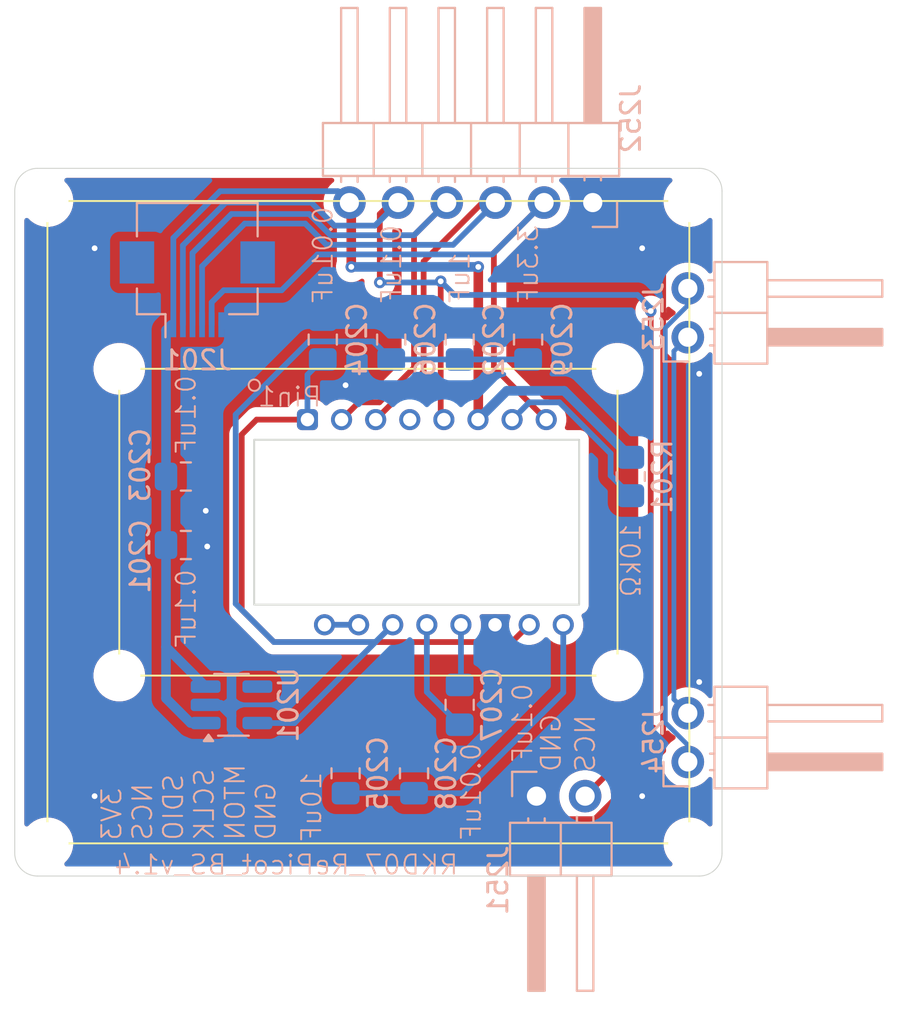
<source format=kicad_pcb>
(kicad_pcb (version 20241229) (generator "pcbnew") (generator_version "9.0")
  (layers (0 "F.Cu" signal) (2 "B.Cu" signal) (13 "F.Paste" user) (15 "B.Paste" user) (5 "F.SilkS" user "F.Silkscreen") (7 "B.SilkS" user "B.Silkscreen") (1 "F.Mask" user) (3 "B.Mask" user) (25 "Edge.Cuts" user))
  (net 0 "")
  (net 1 "3V3_E")
  (net 2 "GND_E")
  (net 3 "1V9_E")
  (net 4 "Net-(U202-+VCSEL)")
  (net 5 "Net-(U202-VCP)")
  (net 6 "Net-(U202-CP)")
  (net 7 "Net-(U202-CN)")
  (net 8 "GP03_MOSI_E")
  (net 9 "NCS_E")
  (net 10 "GP02_SCLK_E")
  (net 11 "GP00_MISO_E")
  (net 12 "GP04_E")
  (net 13 "GP07_E")
  (net 14 "Net-(U202-NRESET)")
  (net 16 "Net-(U202--VCSEL)")
  (footprint "Rikkodo_FootPrint:rkd_picot5400_BTM" (layer "F.Cu") (at 121.443648 78.581184)
    (property "Reference" "Picot**" (hide yes))
    (property "Value" "rkd_picot5400_BTM")
    (fp_line (start -16.75 -16.75) (end -16.75 16.75) (stroke (width 0.1)) (layer "F.SilkS"))
    (fp_line (start -16.75 -16.75) (end 16.75 -16.75) (stroke (width 0.1)) (layer "F.SilkS"))
    (fp_line (start -16.75 16.75) (end 16.75 16.75) (stroke (width 0.1)) (layer "F.SilkS"))
    (fp_line (start 16.75 16.75) (end 16.75 -16.75) (stroke (width 0.1)) (layer "F.SilkS"))
    (pad "" np_thru_hole circle (at -16.75 -16.75) (size 2.2 2.2) (drill 2.2) (layers "*.Cu" "*.Mask"))
    (pad "" np_thru_hole circle (at -16.75 16.75) (size 2.2 2.2) (drill 2.2) (layers "*.Cu" "*.Mask"))
    (pad "" np_thru_hole circle (at 16.75 -16.75) (size 2.2 2.2) (drill 2.2) (layers "*.Cu" "*.Mask"))
    (pad "" np_thru_hole circle (at 16.75 16.75) (size 2.2 2.2) (drill 2.2) (layers "*.Cu" "*.Mask"))
  )
  (footprint "Rikkodo_FootPrint:PMW3610DM-SUDU" (layer "F.Cu") (at 121.443648 78.581184)
    (property "Reference" "U202" (hide yes))
    (property "Value" "PMW3610DM-SUDU")
    (fp_rect (start -5.96 -4.3) (end 11 4.3) (stroke (width 0.1)) (fill no) (layer "Edge.Cuts"))
    (pad "1" thru_hole roundrect (at -3.18 -5.35) (size 1.1 1.1) (drill 0.7) (layers "*.Cu" "*.Mask") (roundrect_rratio 0.2272727273) (net 4 "Net-(U202-+VCSEL)"))
    (pad "2" thru_hole circle (at -1.4 -5.35) (size 1.1 1.1) (drill 0.7) (layers "*.Cu" "*.Mask") (net 11 "GP00_MISO_E"))
    (pad "3" thru_hole circle (at 0.38 -5.35) (size 1.1 1.1) (drill 0.7) (layers "*.Cu" "*.Mask") (net 10 "GP02_SCLK_E"))
    (pad "4" thru_hole circle (at 2.16 -5.35) (size 1.1 1.1) (drill 0.7) (layers "*.Cu" "*.Mask"))
    (pad "5" thru_hole circle (at 3.94 -5.35) (size 1.1 1.1) (drill 0.7) (layers "*.Cu" "*.Mask") (net 9 "NCS_E"))
    (pad "6" thru_hole circle (at 5.72 -5.35) (size 1.1 1.1) (drill 0.7) (layers "*.Cu" "*.Mask") (net 1 "3V3_E"))
    (pad "7" thru_hole circle (at 7.5 -5.35) (size 1.1 1.1) (drill 0.7) (layers "*.Cu" "*.Mask") (net 14 "Net-(U202-NRESET)"))
    (pad "8" thru_hole circle (at 9.28 -5.35) (size 1.1 1.1) (drill 0.7) (layers "*.Cu" "*.Mask") (net 8 "GP03_MOSI_E"))
    (pad "9" thru_hole circle (at 10.17 5.35) (size 1.1 1.1) (drill 0.7) (layers "*.Cu" "*.Mask") (net 5 "Net-(U202-VCP)"))
    (pad "10" thru_hole circle (at 8.39 5.35) (size 1.1 1.1) (drill 0.7) (layers "*.Cu" "*.Mask") (net 4 "Net-(U202-+VCSEL)"))
    (pad "11" thru_hole circle (at 6.61 5.35) (size 1.1 1.1) (drill 0.7) (layers "*.Cu" "*.Mask") (net 2 "GND_E"))
    (pad "12" thru_hole circle (at 4.83 5.35) (size 1.1 1.1) (drill 0.7) (layers "*.Cu" "*.Mask") (net 6 "Net-(U202-CP)"))
    (pad "13" thru_hole circle (at 3.05 5.35) (size 1.1 1.1) (drill 0.7) (layers "*.Cu" "*.Mask") (net 7 "Net-(U202-CN)"))
    (pad "14" thru_hole circle (at 1.27 5.35) (size 1.1 1.1) (drill 0.7) (layers "*.Cu" "*.Mask") (net 3 "1V9_E"))
    (pad "15" thru_hole circle (at -0.51 5.35) (size 1.1 1.1) (drill 0.7) (layers "*.Cu" "*.Mask") (net 16 "Net-(U202--VCSEL)"))
    (pad "16" thru_hole circle (at -2.29 5.35) (size 1.1 1.1) (drill 0.7) (layers "*.Cu" "*.Mask") (net 16 "Net-(U202--VCSEL)"))
  )
  (footprint "Rikkodo_FootPrint:rkd_sumi_foot" (layer "F.Cu") (at 121.443852 78.581316)
    (property "Reference" "REF**" (hide yes))
    (property "Value" "rkd_sumi_foot" (hide yes))
    (fp_rect (start -13 -8) (end 13 8) (stroke (width 0.1)) (fill no) (layer "F.SilkS"))
    (pad "" np_thru_hole circle (at -13 -8) (size 2.2 2.2) (drill 2.2) (layers "*.Cu" "*.Mask"))
    (pad "" np_thru_hole circle (at -13 8) (size 2.2 2.2) (drill 2.2) (layers "*.Cu" "*.Mask"))
    (pad "" np_thru_hole circle (at 13 -8) (size 2.2 2.2) (drill 2.2) (layers "*.Cu" "*.Mask"))
    (pad "" np_thru_hole circle (at 13 8) (size 2.2 2.2) (drill 2.2) (layers "*.Cu" "*.Mask"))
  )
  (footprint "Capacitor_SMD:C_0805_2012Metric_Pad1.18x1.45mm_HandSolder" (layer "B.Cu") (at 126.20625 69.05625 90)
    (property "Reference" "C202" (at 0.000058 1.78583 90) (layer "B.SilkS") (effects (justify mirror)))
    (property "Value" "1uF")
    (fp_line (start -0.261252 -0.735) (end 0.261252 -0.735) (stroke (width 0.12)) (layer "B.SilkS"))
    (fp_line (start -0.261252 0.735) (end 0.261252 0.735) (stroke (width 0.12)) (layer "B.SilkS"))
    (pad "1" smd roundrect (at -1.0375 0 90) (size 1.175 1.45) (layers "B.Cu" "B.Mask" "B.Paste") (roundrect_rratio 0.212766) (net 3 "1V9_E"))
    (pad "2" smd roundrect (at 1.0375 0 90) (size 1.175 1.45) (layers "B.Cu" "B.Mask" "B.Paste") (roundrect_rratio 0.212766) (net 2 "GND_E"))
  )
  (footprint "Capacitor_SMD:C_0805_2012Metric_Pad1.18x1.45mm_HandSolder" (layer "B.Cu") (at 111.918844 76.200064)
    (property "Reference" "C203" (at -2.381344 -0.595313 90) (layer "B.SilkS") (effects (justify mirror)))
    (property "Value" "0.1uF X7R")
    (fp_line (start -0.261252 -0.735) (end 0.261252 -0.735) (stroke (width 0.12)) (layer "B.SilkS"))
    (fp_line (start -0.261252 0.735) (end 0.261252 0.735) (stroke (width 0.12)) (layer "B.SilkS"))
    (pad "1" smd roundrect (at -1.0375 0) (size 1.175 1.45) (layers "B.Cu" "B.Mask" "B.Paste") (roundrect_rratio 0.212766) (net 1 "3V3_E"))
    (pad "2" smd roundrect (at 1.0375 0) (size 1.175 1.45) (layers "B.Cu" "B.Mask" "B.Paste") (roundrect_rratio 0.212766) (net 2 "GND_E"))
  )
  (footprint "Capacitor_SMD:C_0805_2012Metric_Pad1.18x1.45mm_HandSolder" (layer "B.Cu") (at 111.918844 79.772006)
    (property "Reference" "C201" (at -2.381252 0.595249 90) (layer "B.SilkS") (effects (justify mirror)))
    (property "Value" "0.1uF X7R")
    (fp_line (start -0.261252 -0.735) (end 0.261252 -0.735) (stroke (width 0.12)) (layer "B.SilkS"))
    (fp_line (start -0.261252 0.735) (end 0.261252 0.735) (stroke (width 0.12)) (layer "B.SilkS"))
    (pad "1" smd roundrect (at -1.0375 0) (size 1.175 1.45) (layers "B.Cu" "B.Mask" "B.Paste") (roundrect_rratio 0.212766) (net 1 "3V3_E"))
    (pad "2" smd roundrect (at 1.0375 0) (size 1.175 1.45) (layers "B.Cu" "B.Mask" "B.Paste") (roundrect_rratio 0.212766) (net 2 "GND_E"))
  )
  (footprint "Connector_PinHeader_2.54mm:PinHeader_1x02_P2.54mm_Horizontal" (layer "B.Cu") (at 138.112616 68.933485)
    (property "Reference" "J253" (at -1.785939 -1.067803 90) (layer "B.SilkS") (effects (justify mirror)))
    (property "Value" "Conn_01x02_Socket")
    (fp_line (start -1.27 0) (end -1.27 1.27) (stroke (width 0.12)) (layer "B.SilkS"))
    (fp_line (start -1.27 1.27) (end 0 1.27) (stroke (width 0.12)) (layer "B.SilkS"))
    (fp_line (start 1.077358 -2.97) (end 1.39 -2.97) (stroke (width 0.12)) (layer "B.SilkS"))
    (fp_line (start 1.077358 -2.11) (end 1.39 -2.11) (stroke (width 0.12)) (layer "B.SilkS"))
    (fp_line (start 1.16 -0.43) (end 1.39 -0.43) (stroke (width 0.12)) (layer "B.SilkS"))
    (fp_line (start 1.16 0.43) (end 1.39 0.43) (stroke (width 0.12)) (layer "B.SilkS"))
    (fp_line (start 1.39 -3.92) (end 4.15 -3.92) (stroke (width 0.12)) (layer "B.SilkS"))
    (fp_line (start 1.39 -1.27) (end 4.15 -1.27) (stroke (width 0.12)) (layer "B.SilkS"))
    (fp_line (start 1.39 1.38) (end 1.39 -3.92) (stroke (width 0.12)) (layer "B.SilkS"))
    (fp_line (start 4.15 -3.92) (end 4.15 1.38) (stroke (width 0.12)) (layer "B.SilkS"))
    (fp_line (start 4.15 -2.11) (end 10.15 -2.11) (stroke (width 0.12)) (layer "B.SilkS"))
    (fp_line (start 4.15 1.38) (end 1.39 1.38) (stroke (width 0.12)) (layer "B.SilkS"))
    (fp_line (start 10.15 -2.97) (end 4.15 -2.97) (stroke (width 0.12)) (layer "B.SilkS"))
    (fp_line (start 10.15 -2.11) (end 10.15 -2.97) (stroke (width 0.12)) (layer "B.SilkS"))
    (fp_rect (start 4.15 0.43) (end 10.15 -0.43) (stroke (width 0.12)) (fill yes) (layer "B.SilkS"))
    (pad "1" thru_hole circle (at 0 0) (size 1.7 1.7) (drill 1) (layers "*.Cu" "*.Mask") (net 12 "GP04_E"))
    (pad "2" thru_hole circle (at 0 -2.54) (size 1.7 1.7) (drill 1) (layers "*.Cu" "*.Mask") (net 13 "GP07_E"))
  )
  (footprint "Capacitor_SMD:C_0805_2012Metric_Pad1.18x1.45mm_HandSolder" (layer "B.Cu") (at 123.825 91.678125 90)
    (property "Reference" "C208" (at 0 1.68 90) (layer "B.SilkS") (effects (justify mirror)))
    (property "Value" "0.01uF X7R")
    (fp_line (start -0.261252 -0.735) (end 0.261252 -0.735) (stroke (width 0.12)) (layer "B.SilkS"))
    (fp_line (start -0.261252 0.735) (end 0.261252 0.735) (stroke (width 0.12)) (layer "B.SilkS"))
    (pad "1" smd roundrect (at -1.0375 0 90) (size 1.175 1.45) (layers "B.Cu" "B.Mask" "B.Paste") (roundrect_rratio 0.212766) (net 5 "Net-(U202-VCP)"))
    (pad "2" smd roundrect (at 1.0375 0 90) (size 1.175 1.45) (layers "B.Cu" "B.Mask" "B.Paste") (roundrect_rratio 0.212766) (net 2 "GND_E"))
  )
  (footprint "Capacitor_SMD:C_0805_2012Metric_Pad1.18x1.45mm_HandSolder" (layer "B.Cu") (at 120.253125 91.678125 90)
    (property "Reference" "C205" (at 0 1.68 90) (layer "B.SilkS") (effects (justify mirror)))
    (property "Value" "10uF X7R")
    (fp_line (start -0.261252 -0.735) (end 0.261252 -0.735) (stroke (width 0.12)) (layer "B.SilkS"))
    (fp_line (start -0.261252 0.735) (end 0.261252 0.735) (stroke (width 0.12)) (layer "B.SilkS"))
    (pad "1" smd roundrect (at -1.0375 0 90) (size 1.175 1.45) (layers "B.Cu" "B.Mask" "B.Paste") (roundrect_rratio 0.212766) (net 5 "Net-(U202-VCP)"))
    (pad "2" smd roundrect (at 1.0375 0 90) (size 1.175 1.45) (layers "B.Cu" "B.Mask" "B.Paste") (roundrect_rratio 0.212766) (net 2 "GND_E"))
  )
  (footprint "Connector_PinHeader_2.54mm:PinHeader_1x02_P2.54mm_Horizontal" (layer "B.Cu") (at 130.214799 92.868828 -90)
    (property "Reference" "J251" (at 4.385 1.99933 90) (layer "B.SilkS") (effects (justify mirror)))
    (property "Value" "Conn_01x02_Socket")
    (fp_line (start 1.39 1.38) (end 1.39 -3.92) (stroke (width 0.12)) (layer "B.SilkS"))
    (fp_line (start 4.15 1.38) (end 1.39 1.38) (stroke (width 0.12)) (layer "B.SilkS"))
    (fp_line (start -1.27 1.27) (end 0 1.27) (stroke (width 0.12)) (layer "B.SilkS"))
    (fp_line (start 1.16 0.43) (end 1.39 0.43) (stroke (width 0.12)) (layer "B.SilkS"))
    (fp_line (start -1.27 0) (end -1.27 1.27) (stroke (width 0.12)) (layer "B.SilkS"))
    (fp_line (start 1.16 -0.43) (end 1.39 -0.43) (stroke (width 0.12)) (layer "B.SilkS"))
    (fp_line (start 1.39 -1.27) (end 4.15 -1.27) (stroke (width 0.12)) (layer "B.SilkS"))
    (fp_line (start 1.077358 -2.11) (end 1.39 -2.11) (stroke (width 0.12)) (layer "B.SilkS"))
    (fp_line (start 4.15 -2.11) (end 10.15 -2.11) (stroke (width 0.12)) (layer "B.SilkS"))
    (fp_line (start 10.15 -2.11) (end 10.15 -2.97) (stroke (width 0.12)) (layer "B.SilkS"))
    (fp_line (start 1.077358 -2.97) (end 1.39 -2.97) (stroke (width 0.12)) (layer "B.SilkS"))
    (fp_line (start 10.15 -2.97) (end 4.15 -2.97) (stroke (width 0.12)) (layer "B.SilkS"))
    (fp_line (start 1.39 -3.92) (end 4.15 -3.92) (stroke (width 0.12)) (layer "B.SilkS"))
    (fp_line (start 4.15 -3.92) (end 4.15 1.38) (stroke (width 0.12)) (layer "B.SilkS"))
    (fp_rect (start 4.15 0.43) (end 10.15 -0.43) (stroke (width 0.12)) (fill yes) (layer "B.SilkS"))
    (pad "1" thru_hole rect (at 0 0 270) (size 1.7 1.7) (drill 1) (layers "*.Cu" "*.Mask") (net 2 "GND_E"))
    (pad "2" thru_hole circle (at 0 -2.54 270) (size 1.7 1.7) (drill 1) (layers "*.Cu" "*.Mask") (net 9 "NCS_E"))
  )
  (footprint "Capacitor_SMD:C_0805_2012Metric_Pad1.18x1.45mm_HandSolder" (layer "B.Cu") (at 122.634375 69.05625 90)
    (property "Reference" "C206" (at 0.000058 1.785833 90) (layer "B.SilkS") (effects (justify mirror)))
    (property "Value" "0.1uF X7R")
    (fp_line (start -0.261252 -0.735) (end 0.261252 -0.735) (stroke (width 0.12)) (layer "B.SilkS"))
    (fp_line (start -0.261252 0.735) (end 0.261252 0.735) (stroke (width 0.12)) (layer "B.SilkS"))
    (pad "1" smd roundrect (at -1.0375 0 90) (size 1.175 1.45) (layers "B.Cu" "B.Mask" "B.Paste") (roundrect_rratio 0.212766) (net 3 "1V9_E"))
    (pad "2" smd roundrect (at 1.0375 0 90) (size 1.175 1.45) (layers "B.Cu" "B.Mask" "B.Paste") (roundrect_rratio 0.212766) (net 2 "GND_E"))
  )
  (footprint "Package_TO_SOT_SMD:SOT-23-5_HandSoldering" (layer "B.Cu") (at 114.3 88.10625)
    (property "Reference" "U201" (at 2.976661 0.000074 90) (layer "B.SilkS") (effects (justify mirror)))
    (property "Value" "TLV70019DDCR")
    (fp_line (start -0.9 -1.61) (end 0.9 -1.61) (stroke (width 0.12)) (layer "B.SilkS"))
    (fp_line (start 0.1 1.61) (end -0.7 1.61) (stroke (width 0.12)) (layer "B.SilkS"))
    (fp_line (start 0.1 1.61) (end 0.9 1.61) (stroke (width 0.12)) (layer "B.SilkS"))
    (fp_poly (pts (xy -1.2 1.56) (xy -1.44 1.89) (xy -0.96 1.89) (xy -1.2 1.56)) (stroke (width 0.12)) (fill yes) (layer "B.SilkS"))
    (pad "1" smd roundrect (at -1.35 0.95) (size 1.56 0.65) (layers "B.Cu" "B.Mask" "B.Paste") (net 1 "3V3_E"))
    (pad "2" smd roundrect (at -1.35 0) (size 1.56 0.65) (layers "B.Cu" "B.Mask" "B.Paste") (net 2 "GND_E"))
    (pad "3" smd roundrect (at -1.35 -0.95) (size 1.56 0.65) (layers "B.Cu" "B.Mask" "B.Paste") (net 1 "3V3_E"))
    (pad "4" smd roundrect (at 1.35 -0.95) (size 1.56 0.65) (layers "B.Cu" "B.Mask" "B.Paste"))
    (pad "5" smd roundrect (at 1.35 0.95) (size 1.56 0.65) (layers "B.Cu" "B.Mask" "B.Paste") (net 3 "1V9_E"))
  )
  (footprint "Connector_PinHeader_2.54mm:PinHeader_1x06_P2.54mm_Horizontal" (layer "B.Cu") (at 133.151669 61.912552 90)
    (property "Reference" "J252" (at 4.385 1.984315 90) (layer "B.SilkS") (effects (justify mirror)))
    (property "Value" "Conn_01x06")
    (fp_line (start 4.15 -14.08) (end 4.15 1.38) (stroke (width 0.12)) (layer "B.SilkS"))
    (fp_line (start 1.39 -14.08) (end 4.15 -14.08) (stroke (width 0.12)) (layer "B.SilkS"))
    (fp_line (start 10.15 -13.13) (end 4.15 -13.13) (stroke (width 0.12)) (layer "B.SilkS"))
    (fp_line (start 1.077358 -13.13) (end 1.39 -13.13) (stroke (width 0.12)) (layer "B.SilkS"))
    (fp_line (start 10.15 -12.27) (end 10.15 -13.13) (stroke (width 0.12)) (layer "B.SilkS"))
    (fp_line (start 4.15 -12.27) (end 10.15 -12.27) (stroke (width 0.12)) (layer "B.SilkS"))
    (fp_line (start 1.077358 -12.27) (end 1.39 -12.27) (stroke (width 0.12)) (layer "B.SilkS"))
    (fp_line (start 1.39 -11.43) (end 4.15 -11.43) (stroke (width 0.12)) (layer "B.SilkS"))
    (fp_line (start 10.15 -10.59) (end 4.15 -10.59) (stroke (width 0.12)) (layer "B.SilkS"))
    (fp_line (start 1.077358 -10.59) (end 1.39 -10.59) (stroke (width 0.12)) (layer "B.SilkS"))
    (fp_line (start 10.15 -9.73) (end 10.15 -10.59) (stroke (width 0.12)) (layer "B.SilkS"))
    (fp_line (start 4.15 -9.73) (end 10.15 -9.73) (stroke (width 0.12)) (layer "B.SilkS"))
    (fp_line (start 1.077358 -9.73) (end 1.39 -9.73) (stroke (width 0.12)) (layer "B.SilkS"))
    (fp_line (start 1.39 -8.89) (end 4.15 -8.89) (stroke (width 0.12)) (layer "B.SilkS"))
    (fp_line (start 10.15 -8.05) (end 4.15 -8.05) (stroke (width 0.12)) (layer "B.SilkS"))
    (fp_line (start 1.077358 -8.05) (end 1.39 -8.05) (stroke (width 0.12)) (layer "B.SilkS"))
    (fp_line (start 10.15 -7.19) (end 10.15 -8.05) (stroke (width 0.12)) (layer "B.SilkS"))
    (fp_line (start 4.15 -7.19) (end 10.15 -7.19) (stroke (width 0.12)) (layer "B.SilkS"))
    (fp_line (start 1.077358 -7.19) (end 1.39 -7.19) (stroke (width 0.12)) (layer "B.SilkS"))
    (fp_line (start 1.39 -6.35) (end 4.15 -6.35) (stroke (width 0.12)) (layer "B.SilkS"))
    (fp_line (start 10.15 -5.51) (end 4.15 -5.51) (stroke (width 0.12)) (layer "B.SilkS"))
    (fp_line (start 1.077358 -5.51) (end 1.39 -5.51) (stroke (width 0.12)) (layer "B.SilkS"))
    (fp_line (start 10.15 -4.65) (end 10.15 -5.51) (stroke (width 0.12)) (layer "B.SilkS"))
    (fp_line (start 4.15 -4.65) (end 10.15 -4.65) (stroke (width 0.12)) (layer "B.SilkS"))
    (fp_line (start 1.077358 -4.65) (end 1.39 -4.65) (stroke (width 0.12)) (layer "B.SilkS"))
    (fp_line (start 1.39 -3.81) (end 4.15 -3.81) (stroke (width 0.12)) (layer "B.SilkS"))
    (fp_line (start 10.15 -2.97) (end 4.15 -2.97) (stroke (width 0.12)) (layer "B.SilkS"))
    (fp_line (start 1.077358 -2.97) (end 1.39 -2.97) (stroke (width 0.12)) (layer "B.SilkS"))
    (fp_line (start 10.15 -2.11) (end 10.15 -2.97) (stroke (width 0.12)) (layer "B.SilkS"))
    (fp_line (start 4.15 -2.11) (end 10.15 -2.11) (stroke (width 0.12)) (layer "B.SilkS"))
    (fp_line (start 1.077358 -2.11) (end 1.39 -2.11) (stroke (width 0.12)) (layer "B.SilkS"))
    (fp_line (start 1.39 -1.27) (end 4.15 -1.27) (stroke (width 0.12)) (layer "B.SilkS"))
    (fp_line (start 1.16 -0.43) (end 1.39 -0.43) (stroke (width 0.12)) (layer "B.SilkS"))
    (fp_line (start -1.27 0) (end -1.27 1.27) (stroke (width 0.12)) (layer "B.SilkS"))
    (fp_line (start 1.16 0.43) (end 1.39 0.43) (stroke (width 0.12)) (layer "B.SilkS"))
    (fp_line (start -1.27 1.27) (end 0 1.27) (stroke (width 0.12)) (layer "B.SilkS"))
    (fp_line (start 4.15 1.38) (end 1.39 1.38) (stroke (width 0.12)) (layer "B.SilkS"))
    (fp_line (start 1.39 1.38) (end 1.39 -14.08) (stroke (width 0.12)) (layer "B.SilkS"))
    (fp_rect (start 4.15 0.43) (end 10.15 -0.43) (stroke (width 0.12)) (fill yes) (layer "B.SilkS"))
    (pad "1" thru_hole rect (at 0 0 90) (size 1.7 1.7) (drill 1) (layers "*.Cu" "*.Mask") (net 2 "GND_E"))
    (pad "2" thru_hole circle (at 0 -2.54 90) (size 1.7 1.7) (drill 1) (layers "*.Cu" "*.Mask") (net 8 "GP03_MOSI_E"))
    (pad "3" thru_hole circle (at 0 -5.08 90) (size 1.7 1.7) (drill 1) (layers "*.Cu" "*.Mask") (net 10 "GP02_SCLK_E"))
    (pad "4" thru_hole circle (at 0 -7.62 90) (size 1.7 1.7) (drill 1) (layers "*.Cu" "*.Mask") (net 11 "GP00_MISO_E"))
    (pad "5" thru_hole circle (at 0 -10.16 90) (size 1.7 1.7) (drill 1) (layers "*.Cu" "*.Mask") (net 9 "NCS_E"))
    (pad "6" thru_hole circle (at 0 -12.7 90) (size 1.7 1.7) (drill 1) (layers "*.Cu" "*.Mask") (net 1 "3V3_E"))
  )
  (footprint "Capacitor_SMD:C_0805_2012Metric_Pad1.18x1.45mm_HandSolder" (layer "B.Cu") (at 129.778125 69.05625 90)
    (property "Reference" "C209" (at 0.000058 1.785827 90) (layer "B.SilkS") (effects (justify mirror)))
    (property "Value" "3.3uF/16V")
    (fp_line (start -0.261252 -0.735) (end 0.261252 -0.735) (stroke (width 0.12)) (layer "B.SilkS"))
    (fp_line (start -0.261252 0.735) (end 0.261252 0.735) (stroke (width 0.12)) (layer "B.SilkS"))
    (pad "1" smd roundrect (at -1.0375 0 90) (size 1.175 1.45) (layers "B.Cu" "B.Mask" "B.Paste") (roundrect_rratio 0.212766) (net 3 "1V9_E"))
    (pad "2" smd roundrect (at 1.0375 0 90) (size 1.175 1.45) (layers "B.Cu" "B.Mask" "B.Paste") (roundrect_rratio 0.212766) (net 2 "GND_E"))
  )
  (footprint "Connector_FFC-FPC:Hirose_FH12-6S-0.5SH_1x06-1MP_P0.50mm_Horizontal" (layer "B.Cu") (at 112.514157 66.43443)
    (property "Reference" "J201" (at 0 3.7 0) (layer "B.SilkS") (effects (justify mirror)))
    (property "Value" "Conn_01x06")
    (fp_line (start -3.15 -4.5) (end 3.15 -4.5) (stroke (width 0.12)) (layer "B.SilkS"))
    (fp_line (start -3.15 -2.76) (end -3.15 -4.5) (stroke (width 0.12)) (layer "B.SilkS"))
    (fp_line (start -3.15 1.3) (end -3.15 -0.04) (stroke (width 0.12)) (layer "B.SilkS"))
    (fp_line (start -1.66 1.3) (end -3.15 1.3) (stroke (width 0.12)) (layer "B.SilkS"))
    (fp_line (start -1.66 1.3) (end -1.66 2.5) (stroke (width 0.12)) (layer "B.SilkS"))
    (fp_line (start 1.66 1.3) (end 3.15 1.3) (stroke (width 0.12)) (layer "B.SilkS"))
    (fp_line (start 3.15 -4.5) (end 3.15 -2.76) (stroke (width 0.12)) (layer "B.SilkS"))
    (fp_line (start 3.15 1.3) (end 3.15 -0.04) (stroke (width 0.12)) (layer "B.SilkS"))
    (pad "1" smd rect (at -1.25 1.85) (size 0.3 1.3) (layers "B.Cu" "B.Mask" "B.Paste") (net 1 "3V3_E"))
    (pad "2" smd rect (at -0.75 1.85) (size 0.3 1.3) (layers "B.Cu" "B.Mask" "B.Paste") (net 9 "NCS_E"))
    (pad "3" smd rect (at -0.25 1.85) (size 0.3 1.3) (layers "B.Cu" "B.Mask" "B.Paste") (net 11 "GP00_MISO_E"))
    (pad "4" smd rect (at 0.25 1.85) (size 0.3 1.3) (layers "B.Cu" "B.Mask" "B.Paste") (net 10 "GP02_SCLK_E"))
    (pad "5" smd rect (at 0.75 1.85) (size 0.3 1.3) (layers "B.Cu" "B.Mask" "B.Paste") (net 8 "GP03_MOSI_E"))
    (pad "6" smd rect (at 1.25 1.85) (size 0.3 1.3) (layers "B.Cu" "B.Mask" "B.Paste") (net 2 "GND_E"))
    (pad "MP" smd rect (at -3.15 -1.4) (size 1.8 2.2) (layers "B.Cu" "B.Mask" "B.Paste"))
    (pad "MP" smd rect (at 3.15 -1.4) (size 1.8 2.2) (layers "B.Cu" "B.Mask" "B.Paste"))
  )
  (footprint "Capacitor_SMD:C_0805_2012Metric_Pad1.18x1.45mm_HandSolder" (layer "B.Cu") (at 126.20625 88.10625 90)
    (property "Reference" "C207" (at 0 1.68 90) (layer "B.SilkS") (effects (justify mirror)))
    (property "Value" "0.1uF X7R")
    (fp_line (start -0.261252 -0.735) (end 0.261252 -0.735) (stroke (width 0.12)) (layer "B.SilkS"))
    (fp_line (start -0.261252 0.735) (end 0.261252 0.735) (stroke (width 0.12)) (layer "B.SilkS"))
    (pad "1" smd roundrect (at -1.0375 0 90) (size 1.175 1.45) (layers "B.Cu" "B.Mask" "B.Paste") (roundrect_rratio 0.212766) (net 7 "Net-(U202-CN)"))
    (pad "2" smd roundrect (at 1.0375 0 90) (size 1.175 1.45) (layers "B.Cu" "B.Mask" "B.Paste") (roundrect_rratio 0.212766) (net 6 "Net-(U202-CP)"))
  )
  (footprint "Connector_PinHeader_2.54mm:PinHeader_1x02_P2.54mm_Horizontal" (layer "B.Cu") (at 138.112616 91.082889)
    (property "Reference" "J254" (at -1.785939 -1.190626 90) (layer "B.SilkS") (effects (justify mirror)))
    (property "Value" "Conn_01x02_Socket")
    (fp_line (start -1.27 0) (end -1.27 1.27) (stroke (width 0.12)) (layer "B.SilkS"))
    (fp_line (start -1.27 1.27) (end 0 1.27) (stroke (width 0.12)) (layer "B.SilkS"))
    (fp_line (start 1.077358 -2.97) (end 1.39 -2.97) (stroke (width 0.12)) (layer "B.SilkS"))
    (fp_line (start 1.077358 -2.11) (end 1.39 -2.11) (stroke (width 0.12)) (layer "B.SilkS"))
    (fp_line (start 1.16 -0.43) (end 1.39 -0.43) (stroke (width 0.12)) (layer "B.SilkS"))
    (fp_line (start 1.16 0.43) (end 1.39 0.43) (stroke (width 0.12)) (layer "B.SilkS"))
    (fp_line (start 1.39 -3.92) (end 4.15 -3.92) (stroke (width 0.12)) (layer "B.SilkS"))
    (fp_line (start 1.39 -1.27) (end 4.15 -1.27) (stroke (width 0.12)) (layer "B.SilkS"))
    (fp_line (start 1.39 1.38) (end 1.39 -3.92) (stroke (width 0.12)) (layer "B.SilkS"))
    (fp_line (start 4.15 -3.92) (end 4.15 1.38) (stroke (width 0.12)) (layer "B.SilkS"))
    (fp_line (start 4.15 -2.11) (end 10.15 -2.11) (stroke (width 0.12)) (layer "B.SilkS"))
    (fp_line (start 4.15 1.38) (end 1.39 1.38) (stroke (width 0.12)) (layer "B.SilkS"))
    (fp_line (start 10.15 -2.97) (end 4.15 -2.97) (stroke (width 0.12)) (layer "B.SilkS"))
    (fp_line (start 10.15 -2.11) (end 10.15 -2.97) (stroke (width 0.12)) (layer "B.SilkS"))
    (fp_rect (start 4.15 0.43) (end 10.15 -0.43) (stroke (width 0.12)) (fill yes) (layer "B.SilkS"))
    (pad "1" thru_hole circle (at 0 0) (size 1.7 1.7) (drill 1) (layers "*.Cu" "*.Mask") (net 13 "GP07_E"))
    (pad "2" thru_hole circle (at 0 -2.54) (size 1.7 1.7) (drill 1) (layers "*.Cu" "*.Mask") (net 12 "GP04_E"))
  )
  (footprint "Resistor_SMD:R_0805_2012Metric_Pad1.20x1.40mm_HandSolder" (layer "B.Cu") (at 135.136051 76.2 90)
    (property "Reference" "R201" (at 0 1.65 90) (layer "B.SilkS") (effects (justify mirror)))
    (property "Value" "10k")
    (fp_line (start -0.227064 -0.735) (end 0.227064 -0.735) (stroke (width 0.12)) (layer "B.SilkS"))
    (fp_line (start -0.227064 0.735) (end 0.227064 0.735) (stroke (width 0.12)) (layer "B.SilkS"))
    (pad "1" smd roundrect (at -1 0 90) (size 1.2 1.4) (layers "B.Cu" "B.Mask" "B.Paste") (roundrect_rratio 0.208333) (net 14 "Net-(U202-NRESET)"))
    (pad "2" smd roundrect (at 1 0 90) (size 1.2 1.4) (layers "B.Cu" "B.Mask" "B.Paste") (roundrect_rratio 0.208333) (net 1 "3V3_E"))
  )
  (footprint "Capacitor_SMD:C_0805_2012Metric_Pad1.18x1.45mm_HandSolder" (layer "B.Cu") (at 119.0625 69.05625 90)
    (property "Reference" "C204" (at 0.000058 1.785836 90) (layer "B.SilkS") (effects (justify mirror)))
    (property "Value" "0.01uF X7R")
    (fp_line (start -0.261252 -0.735) (end 0.261252 -0.735) (stroke (width 0.12)) (layer "B.SilkS"))
    (fp_line (start -0.261252 0.735) (end 0.261252 0.735) (stroke (width 0.12)) (layer "B.SilkS"))
    (pad "1" smd roundrect (at -1.0375 0 90) (size 1.175 1.45) (layers "B.Cu" "B.Mask" "B.Paste") (roundrect_rratio 0.212766) (net 4 "Net-(U202-+VCSEL)"))
    (pad "2" smd roundrect (at 1.0375 0 90) (size 1.175 1.45) (layers "B.Cu" "B.Mask" "B.Paste") (roundrect_rratio 0.212766) (net 2 "GND_E"))
  )
  (gr_circle (center 115.490722 71.4375) (end 115.788378 71.4375) (stroke (width 0.1)) (fill no) (layer "B.SilkS"))
  (gr_line (start 138.707929 97.036023) (end 104.1798 97.036017) (stroke (width 0.05)) (layer "Edge.Cuts"))
  (gr_line (start 102.989151 61.3173) (end 102.989151 95.845393) (stroke (width 0.05)) (layer "Edge.Cuts"))
  (gr_arc (start 139.898555 95.845393) (mid 139.549829 96.687293) (end 138.707929 97.036019) (stroke (width 0.05)) (layer "Edge.Cuts"))
  (gr_line (start 139.898553 61.308302) (end 139.898555 95.845393) (stroke (width 0.05)) (layer "Edge.Cuts"))
  (gr_line (start 138.707929 60.126613) (end 104.179775 60.126613) (stroke (width 0.05)) (layer "Edge.Cuts"))
  (gr_arc (start 102.989151 61.317237) (mid 103.337895 60.475358) (end 104.179775 60.126613) (stroke (width 0.05)) (layer "Edge.Cuts"))
  (gr_arc (start 104.179775 97.036017) (mid 103.337896 96.687273) (end 102.989151 95.845393) (stroke (width 0.05)) (layer "Edge.Cuts"))
  (gr_arc (start 138.707929 60.126613) (mid 139.549808 60.475357) (end 139.898553 61.317237) (stroke (width 0.05)) (layer "Edge.Cuts"))
  (gr_text "0.1uF" (at 123.229584 67.270256 90) (layer "B.SilkS") (effects (font (size 1 1) (thickness 0.1)) (justify right bottom mirror)))
  (gr_text "NCS" (at 133.350112 91.678202 90) (layer "B.SilkS") (effects (font (size 1 1) (thickness 0.1)) (justify right bottom mirror)))
  (gr_text "0.01uF" (at 127.396982 95.25008 90) (layer "B.SilkS") (effects (font (size 1 1) (thickness 0.1)) (justify right bottom mirror)))
  (gr_text "10uF" (at 119.0626 95.331184 90) (layer "B.SilkS") (effects (font (size 1 1) (thickness 0.1)) (justify right bottom mirror)))
  (gr_text "3V3\nNCS\nSDIO\nSCLK\nMTON\nGND" (at 116.681348 95.25008 90) (layer "B.SilkS") (effects (font (size 1 1) (thickness 0.1)) (justify right bottom mirror)))
  (gr_text "0.1uF" (at 112.513968 80.962432 90) (layer "B.SilkS") (effects (font (size 1 1) (thickness 0.1)) (justify left bottom mirror)))
  (gr_text "0.01uF" (at 119.657913 67.270369 90) (layer "B.SilkS") (effects (font (size 1 1) (thickness 0.1)) (justify right bottom mirror)))
  (gr_text "0.1uF" (at 112.513968 70.842128 90) (layer "B.SilkS") (effects (font (size 1 1) (thickness 0.1)) (justify left bottom mirror)))
  (gr_text "Pin1" (at 119.0626 72.628186 0) (layer "B.SilkS") (effects (font (size 1 1) (thickness 0.1)) (justify left bottom mirror)))
  (gr_text "1uF" (at 126.801456 67.270256 90) (layer "B.SilkS") (effects (font (size 1 1) (thickness 0.1)) (justify right bottom mirror)))
  (gr_text "10kΩ" (at 135.731364 78.581316 90) (layer "B.SilkS") (effects (font (size 1 1) (thickness 0.1)) (justify left bottom mirror)))
  (gr_text "RKD07_RePicot_BS_v1.4\n" (at 126.206356 97.036019 0) (layer "B.SilkS") (effects (font (size 1 1) (thickness 0.1)) (justify left bottom mirror)))
  (gr_text "GND" (at 131.564173 91.678202 90) (layer "B.SilkS") (effects (font (size 1 1) (thickness 0.1)) (justify right bottom mirror)))
  (gr_text "3.3uF" (at 130.373547 67.270369 90) (layer "B.SilkS") (effects (font (size 1 1) (thickness 0.1)) (justify right bottom mirror)))
  (gr_text "0.1uF" (at 130.075672 86.915552 90) (layer "B.SilkS") (effects (font (size 1 1) (thickness 0.1)) (justify left bottom mirror)))
  (segment (start 120.55068 62.011563) (end 120.451669 61.912552) (width 0.5) (layer "F.Cu") (net 1))
  (segment (start 127.179 65.266552) (end 127.179 73.215832) (width 0.5) (layer "F.Cu") (net 1))
  (segment (start 127.179 73.215832) (end 127.163648 73.231184) (width 0.5) (layer "F.Cu") (net 1))
  (segment (start 120.55068 65.266552) (end 120.55068 62.011563) (width 0.5) (layer "F.Cu") (net 1))
  (via (at 127.179 65.266552) (size 0.6) (drill 0.3) (layers "F.Cu" "B.Cu") (net 1))
  (via (at 120.55068 65.266552) (size 0.6) (drill 0.3) (layers "F.Cu" "B.Cu") (net 1))
  (segment (start 127.179 65.266552) (end 120.55068 65.266552) (width 0.5) (layer "B.Cu") (net 1))
  (segment (start 119.856356 61.317239) (end 113.704783 61.317239) (width 0.3) (layer "B.Cu") (net 1))
  (segment (start 110.881344 76.200064) (end 110.881344 68.566243) (width 0.5) (layer "B.Cu") (net 1))
  (segment (start 110.881344 85.087594) (end 110.881344 87.767593) (width 0.5) (layer "B.Cu") (net 1))
  (segment (start 128.665648 71.729184) (end 127.163648 73.231184) (width 0.5) (layer "B.Cu") (net 1))
  (segment (start 131.665235 71.729184) (end 135.136051 75.2) (width 0.5) (layer "B.Cu") (net 1))
  (segment (start 120.451669 61.912552) (end 119.856356 61.317239) (width 0.3) (layer "B.Cu") (net 1))
  (segment (start 111.264157 63.757865) (end 111.264157 68.28443) (width 0.3) (layer "B.Cu") (net 1))
  (segment (start 113.704783 61.317239) (end 111.264157 63.757865) (width 0.3) (layer "B.Cu") (net 1))
  (segment (start 110.881344 76.200064) (end 110.881344 79.771939) (width 0.5) (layer "B.Cu") (net 1))
  (segment (start 110.881344 79.772006) (end 110.881344 85.087594) (width 0.5) (layer "B.Cu") (net 1))
  (segment (start 110.881344 87.767593) (end 112.170001 89.05625) (width 0.5) (layer "B.Cu") (net 1))
  (segment (start 112.170001 89.05625) (end 112.95 89.05625) (width 0.5) (layer "B.Cu") (net 1))
  (segment (start 128.665648 71.729184) (end 131.665235 71.729184) (width 0.5) (layer "B.Cu") (net 1))
  (segment (start 110.881344 85.087594) (end 112.95 87.15625) (width 0.5) (layer "B.Cu") (net 1))
  (segment (start 110.881344 68.566243) (end 111.163157 68.28443) (width 0.5) (layer "B.Cu") (net 1))
  (segment (start 131.415799 94.069828) (end 130.214799 92.868828) (width 0.3) (layer "F.Cu") (net 2))
  (segment (start 136.827677 65.58856) (end 133.151669 61.912552) (width 0.3) (layer "F.Cu") (net 2))
  (segment (start 136.827677 90.494421) (end 133.25227 94.069828) (width 0.3) (layer "F.Cu") (net 2))
  (segment (start 136.827677 65.58856) (end 136.827677 90.494421) (width 0.3) (layer "F.Cu") (net 2))
  (segment (start 133.25227 94.069828) (end 131.415799 94.069828) (width 0.3) (layer "F.Cu") (net 2))
  (via (at 112.956344 77.986003) (size 0.6) (drill 0.3) (layers "F.Cu" "B.Cu") (net 2))
  (via (at 138.707929 86.915698) (size 0.6) (drill 0.3) (layers "F.Cu" "B.Cu") (net 2))
  (via (at 120.253125 71.4375) (size 0.6) (drill 0.3) (layers "F.Cu" "B.Cu") (net 2))
  (via (at 135.73125 92.86875) (size 0.6) (drill 0.3) (layers "F.Cu" "B.Cu") (net 2))
  (via (at 107.15625 64.29375) (size 0.6) (drill 0.3) (layers "F.Cu" "B.Cu") (net 2))
  (via (at 138.707929 70.842247) (size 0.6) (drill 0.3) (layers "F.Cu" "B.Cu") (net 2))
  (via (at 107.15625 92.86875) (size 0.6) (drill 0.3) (layers "F.Cu" "B.Cu") (net 2))
  (via (at 135.73125 64.29375) (size 0.6) (drill 0.3) (layers "F.Cu" "B.Cu") (net 2))
  (via (at 113.032908 79.848504) (size 0.6) (drill 0.3) (layers "F.Cu" "B.Cu") (net 2))
  (segment (start 119.0625 68.01875) (end 116.703158 68.01875) (width 0.5) (layer "B.Cu") (net 2))
  (segment (start 128.603648 88.557144) (end 128.603648 84.481184) (width 0.5) (layer "B.Cu") (net 2))
  (segment (start 128.603648 84.481184) (end 128.053648 83.931184) (width 0.5) (layer "B.Cu") (net 2))
  (segment (start 119.0625 68.01875) (end 123.825 68.01875) (width 0.5) (layer "B.Cu") (net 2))
  (segment (start 116.703158 68.01875) (end 114.029837 68.01875) (width 0.5) (layer "B.Cu") (net 2))
  (segment (start 112.956344 79.772006) (end 112.956344 84.976633) (width 0.5) (layer "B.Cu") (net 2))
  (segment (start 112.95 88.10625) (end 113.729999 88.10625) (width 0.5) (layer "B.Cu") (net 2))
  (segment (start 115.459963 90.518335) (end 115.582253 90.640625) (width 0.5) (layer "B.Cu") (net 2))
  (segment (start 112.956344 79.771939) (end 113.032908 79.848504) (width 0.5) (layer "B.Cu") (net 2))
  (segment (start 123.825 90.640625) (end 126.520167 90.640625) (width 0.5) (layer "B.Cu") (net 2))
  (segment (start 113.865157 68.18343) (end 113.865157 68.28443) (width 0.5) (layer "B.Cu") (net 2))
  (segment (start 112.956344 84.976633) (end 114.300096 86.320385) (width 0.5) (layer "B.Cu") (net 2))
  (segment (start 126.520167 90.640625) (end 128.603648 88.557144) (width 0.5) (layer "B.Cu") (net 2))
  (segment (start 114.029837 68.01875) (end 113.865157 68.18343) (width 0.5) (layer "B.Cu") (net 2))
  (segment (start 115.459963 90.518335) (end 120.191708 95.25008) (width 0.5) (layer "B.Cu") (net 2))
  (segment (start 123.825 68.01875) (end 129.778125 68.01875) (width 0.5) (layer "B.Cu") (net 2))
  (segment (start 116.703158 68.01875) (end 112.956344 71.765564) (width 0.5) (layer "B.Cu") (net 2))
  (segment (start 114.300096 86.320385) (end 114.300096 88.676347) (width 0.5) (layer "B.Cu") (net 2))
  (segment (start 113.729999 88.10625) (end 114.300096 88.676347) (width 0.5) (layer "B.Cu") (net 2))
  (segment (start 120.191708 95.25008) (end 127.833547 95.25008) (width 0.5) (layer "B.Cu") (net 2))
  (segment (start 114.300096 89.358468) (end 115.459963 90.518335) (width 0.5) (layer "B.Cu") (net 2))
  (segment (start 112.956344 76.200064) (end 112.956344 79.771939) (width 0.5) (layer "B.Cu") (net 2))
  (segment (start 112.956344 71.765564) (end 112.956344 76.200064) (width 0.5) (layer "B.Cu") (net 2))
  (segment (start 120.253125 90.640625) (end 123.825 90.640625) (width 0.5) (layer "B.Cu") (net 2))
  (segment (start 127.833547 95.25008) (end 130.214799 92.868828) (width 0.5) (layer "B.Cu") (net 2))
  (segment (start 114.300096 88.676347) (end 114.300096 89.358468) (width 0.5) (layer "B.Cu") (net 2))
  (segment (start 113.032908 79.848504) (end 113.228469 80.044064) (width 0.5) (layer "B.Cu") (net 2))
  (segment (start 115.582253 90.640625) (end 120.253125 90.640625) (width 0.5) (layer "B.Cu") (net 2))
  (segment (start 115.65 89.05625) (end 117.588582 89.05625) (width 0.3) (layer "B.Cu") (net 3))
  (segment (start 118.33163 69.15525) (end 114.519 72.96788) (width 0.3) (layer "B.Cu") (net 3))
  (segment (start 122.634375 70.09375) (end 121.695875 69.15525) (width 0.3) (layer "B.Cu") (net 3))
  (segment (start 121.812648 84.832184) (end 122.713648 83.931184) (width 0.3) (layer "B.Cu") (net 3))
  (segment (start 121.695875 69.15525) (end 118.33163 69.15525) (width 0.3) (layer "B.Cu") (net 3))
  (segment (start 114.519 72.96788) (end 114.519 82.837189) (width 0.3) (layer "B.Cu") (net 3))
  (segment (start 114.519 82.837189) (end 116.513995 84.832184) (width 0.3) (layer "B.Cu") (net 3))
  (segment (start 122.634375 70.09375) (end 126.20625 70.09375) (width 0.3) (layer "B.Cu") (net 3))
  (segment (start 126.20625 70.09375) (end 129.778125 70.09375) (width 0.3) (layer "B.Cu") (net 3))
  (segment (start 121.812648 84.832184) (end 117.588582 89.05625) (width 0.3) (layer "B.Cu") (net 3))
  (segment (start 116.513995 84.832184) (end 121.812648 84.832184) (width 0.3) (layer "B.Cu") (net 3))
  (segment (start 114.832648 83.150837) (end 116.513995 84.832184) (width 0.3) (layer "F.Cu") (net 4))
  (segment (start 116.513995 84.832184) (end 128.932648 84.832184) (width 0.3) (layer "F.Cu") (net 4))
  (segment (start 128.932648 84.832184) (end 129.833648 83.931184) (width 0.3) (layer "F.Cu") (net 4))
  (segment (start 114.832648 74.011531) (end 114.832648 83.150837) (width 0.3) (layer "F.Cu") (net 4))
  (segment (start 115.612995 73.231184) (end 114.832648 74.011531) (width 0.3) (layer "F.Cu") (net 4))
  (segment (start 118.263648 73.231184) (end 115.612995 73.231184) (width 0.3) (layer "F.Cu") (net 4))
  (segment (start 118.263648 73.231184) (end 118.263648 70.892602) (width 0.3) (layer "B.Cu") (net 4))
  (segment (start 118.263648 70.892602) (end 119.0625 70.09375) (width 0.3) (layer "B.Cu") (net 4))
  (segment (start 123.825 92.715625) (end 120.253125 92.715625) (width 0.3) (layer "B.Cu") (net 5))
  (segment (start 131.613648 83.931184) (end 131.613648 87.461536) (width 0.3) (layer "B.Cu") (net 5))
  (segment (start 126.359559 92.715625) (end 123.825 92.715625) (width 0.3) (layer "B.Cu") (net 5))
  (segment (start 131.613648 87.461536) (end 126.359559 92.715625) (width 0.3) (layer "B.Cu") (net 5))
  (segment (start 126.273648 87.001352) (end 126.20625 87.06875) (width 0.3) (layer "B.Cu") (net 6))
  (segment (start 126.273648 83.931184) (end 126.273648 87.001352) (width 0.3) (layer "B.Cu") (net 6))
  (segment (start 124.493648 87.431148) (end 126.20625 89.14375) (width 0.3) (layer "B.Cu") (net 7))
  (segment (start 124.493648 83.931184) (end 124.493648 87.431148) (width 0.3) (layer "B.Cu") (net 7))
  (segment (start 130.611669 61.912552) (end 127.992295 64.531926) (width 0.3) (layer "F.Cu") (net 8))
  (segment (start 127.992295 70.499831) (end 130.723648 73.231184) (width 0.3) (layer "F.Cu") (net 8))
  (segment (start 127.992295 64.531926) (end 127.992295 70.499831) (width 0.3) (layer "F.Cu") (net 8))
  (segment (start 127.907669 64.616552) (end 118.784035 64.616552) (width 0.3) (layer "B.Cu") (net 8))
  (segment (start 116.915157 66.48543) (end 113.894409 66.48543) (width 0.3) (layer "B.Cu") (net 8))
  (segment (start 130.611669 61.912552) (end 127.907669 64.616552) (width 0.3) (layer "B.Cu") (net 8))
  (segment (start 113.894409 66.48543) (end 113.264157 67.115682) (width 0.3) (layer "B.Cu") (net 8))
  (segment (start 113.264157 67.115682) (end 113.264157 68.28443) (width 0.3) (layer "B.Cu") (net 8))
  (segment (start 118.784035 64.616552) (end 116.915157 66.48543) (width 0.3) (layer "B.Cu") (net 8))
  (segment (start 122.03896 66.079632) (end 122.03896 62.507915) (width 0.3) (layer "F.Cu") (net 9))
  (segment (start 136.177677 89.44595) (end 132.754799 92.868828) (width 0.3) (layer "F.Cu") (net 9))
  (segment (start 136.177677 67.567912) (end 136.177677 89.44595) (width 0.3) (layer "F.Cu") (net 9))
  (segment (start 125.217356 66.016552) (end 125.217356 73.064892) (width 0.3) (layer "F.Cu") (net 9))
  (segment (start 125.217356 73.064892) (end 125.383648 73.231184) (width 0.3) (layer "F.Cu") (net 9))
  (segment (start 132.754799 92.868828) (end 136.326677 89.29695) (width 0.3) (layer "F.Cu") (net 9))
  (segment (start 122.634323 61.912552) (end 122.991669 61.912552) (width 0.3) (layer "F.Cu") (net 9))
  (segment (start 122.03896 62.507915) (end 122.634323 61.912552) (width 0.3) (layer "F.Cu") (net 9))
  (via (at 136.177677 67.567912) (size 0.6) (drill 0.3) (layers "F.Cu" "B.Cu") (net 9))
  (via (at 125.217356 66.016552) (size 0.6) (drill 0.3) (layers "F.Cu" "B.Cu") (net 9))
  (via (at 122.03896 66.079632) (size 0.6) (drill 0.3) (layers "F.Cu" "B.Cu") (net 9))
  (segment (start 125.217356 66.016552) (end 125.931436 66.730632) (width 0.3) (layer "B.Cu") (net 9))
  (segment (start 125.931436 66.730632) (end 135.489168 66.730632) (width 0.3) (layer "B.Cu") (net 9))
  (segment (start 136.326448 67.567912) (end 136.177677 67.567912) (width 0.3) (layer "B.Cu") (net 9))
  (segment (start 122.991669 61.912552) (end 121.790669 63.113552) (width 0.3) (layer "B.Cu") (net 9))
  (segment (start 119.668287 63.113552) (end 118.467287 61.912552) (width 0.3) (layer "B.Cu") (net 9))
  (segment (start 113.997021 61.912552) (end 111.764157 64.145416) (width 0.3) (layer "B.Cu") (net 9))
  (segment (start 125.217356 66.016552) (end 125.154276 66.079632) (width 0.3) (layer "B.Cu") (net 9))
  (segment (start 111.764157 64.145416) (end 111.764157 68.28443) (width 0.3) (layer "B.Cu") (net 9))
  (segment (start 125.154276 66.079632) (end 122.03896 66.079632) (width 0.3) (layer "B.Cu") (net 9))
  (segment (start 121.790669 63.113552) (end 119.668287 63.113552) (width 0.3) (layer "B.Cu") (net 9))
  (segment (start 118.467287 61.912552) (end 113.997021 61.912552) (width 0.3) (layer "B.Cu") (net 9))
  (segment (start 135.489168 66.730632) (end 136.326448 67.567912) (width 0.3) (layer "B.Cu") (net 9))
  (segment (start 124.326 70.728833) (end 121.823648 73.231184) (width 0.3) (layer "F.Cu") (net 10))
  (segment (start 127.396982 61.912552) (end 124.326 64.983534) (width 0.3) (layer "F.Cu") (net 10))
  (segment (start 128.071669 61.912552) (end 127.396982 61.912552) (width 0.3) (layer "F.Cu") (net 10))
  (segment (start 124.326 64.983534) (end 124.326 70.728833) (width 0.3) (layer "F.Cu") (net 10))
  (segment (start 114.989722 63.008865) (end 118.14656 63.008865) (width 0.3) (layer "B.Cu") (net 10))
  (segment (start 119.253246 64.115552) (end 125.868669 64.115552) (width 0.3) (layer "B.Cu") (net 10))
  (segment (start 118.14656 63.008865) (end 119.253246 64.115552) (width 0.3) (layer "B.Cu") (net 10))
  (segment (start 112.764157 65.23443) (end 114.989722 63.008865) (width 0.3) (layer "B.Cu") (net 10))
  (segment (start 112.764157 68.28443) (end 112.764157 65.23443) (width 0.3) (layer "B.Cu") (net 10))
  (segment (start 125.868669 64.115552) (end 128.071669 61.912552) (width 0.3) (layer "B.Cu") (net 10))
  (segment (start 120.043648 73.231184) (end 120.944648 72.330184) (width 0.3) (layer "F.Cu") (net 11))
  (segment (start 120.944648 72.330184) (end 122.016128 72.330184) (width 0.3) (layer "F.Cu") (net 11))
  (segment (start 123.825 70.521312) (end 123.825 63.619221) (width 0.3) (layer "F.Cu") (net 11))
  (segment (start 122.016128 72.330184) (end 123.825 70.521312) (width 0.3) (layer "F.Cu") (net 11))
  (segment (start 123.825 63.619221) (end 125.531669 61.912552) (width 0.3) (layer "F.Cu") (net 11))
  (segment (start 112.264157 64.543804) (end 114.300096 62.507865) (width 0.3) (layer "B.Cu") (net 11))
  (segment (start 123.829669 63.614552) (end 125.531669 61.912552) (width 0.3) (layer "B.Cu") (net 11))
  (segment (start 118.35408 62.507865) (end 119.460767 63.614552) (width 0.3) (layer "B.Cu") (net 11))
  (segment (start 112.264157 68.28443) (end 112.264157 64.543804) (width 0.3) (layer "B.Cu") (net 11))
  (segment (start 119.460767 63.614552) (end 123.829669 63.614552) (width 0.3) (layer "B.Cu") (net 11))
  (segment (start 114.300096 62.507865) (end 118.35408 62.507865) (width 0.3) (layer "B.Cu") (net 11))
  (segment (start 137.387616 69.658485) (end 137.387616 87.817889) (width 0.25) (layer "B.Cu") (net 12))
  (segment (start 137.387616 69.658485) (end 138.112616 68.933485) (width 0.25) (layer "B.Cu") (net 12))
  (segment (start 137.387616 87.817889) (end 138.112616 88.542889) (width 0.25) (layer "B.Cu") (net 12))
  (segment (start 138.112616 88.542889) (end 137.953868 88.542889) (width 0.25) (layer "B.Cu") (net 12))
  (segment (start 138.112616 67.270369) (end 136.936616 68.446369) (width 0.25) (layer "B.Cu") (net 13))
  (segment (start 136.936616 68.446369) (end 136.936616 89.030005) (width 0.25) (layer "B.Cu") (net 13))
  (segment (start 138.112616 66.393485) (end 138.112616 67.270369) (width 0.25) (layer "B.Cu") (net 13))
  (segment (start 138.112616 90.206005) (end 138.112616 91.082889) (width 0.25) (layer "B.Cu") (net 13))
  (segment (start 136.936616 89.030005) (end 138.112616 90.206005) (width 0.25) (layer "B.Cu") (net 13))
  (segment (start 128.943648 73.231184) (end 129.844648 72.330184) (width 0.3) (layer "B.Cu") (net 14))
  (segment (start 129.844648 72.330184) (end 131.413301 72.330184) (width 0.3) (layer "B.Cu") (net 14))
  (segment (start 131.413301 72.330184) (end 134.085051 75.001934) (width 0.3) (layer "B.Cu") (net 14))
  (segment (start 134.085051 76.149) (end 135.136051 77.2) (width 0.3) (layer "B.Cu") (net 14))
  (segment (start 134.085051 75.001934) (end 134.085051 76.149) (width 0.3) (layer "B.Cu") (net 14))
  (segment (start 119.153648 83.931184) (end 120.933648 83.931184) (width 0.3) (layer "B.Cu") (net 16))
  (zone (net 2) (net_name "GND_E") (layers "F.Cu" "B.Cu") (priority 1) (connect_pads yes (clearance 0.5)) (min_thickness 0.25) (fill yes (thermal_gap 0.5) (thermal_bridge_width 0.5))
    (polygon (pts (xy 102.989149 60.126613) (xy 102.989149 97.036019) (xy 139.898555 97.036019) (xy 139.898555 60.126613)))
  )
)
</source>
